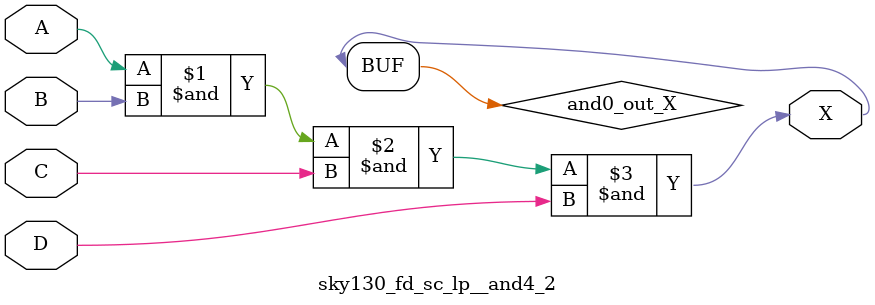
<source format=v>
/*
 * Copyright 2020 The SkyWater PDK Authors
 *
 * Licensed under the Apache License, Version 2.0 (the "License");
 * you may not use this file except in compliance with the License.
 * You may obtain a copy of the License at
 *
 *     https://www.apache.org/licenses/LICENSE-2.0
 *
 * Unless required by applicable law or agreed to in writing, software
 * distributed under the License is distributed on an "AS IS" BASIS,
 * WITHOUT WARRANTIES OR CONDITIONS OF ANY KIND, either express or implied.
 * See the License for the specific language governing permissions and
 * limitations under the License.
 *
 * SPDX-License-Identifier: Apache-2.0
*/


`ifndef SKY130_FD_SC_LP__AND4_2_FUNCTIONAL_V
`define SKY130_FD_SC_LP__AND4_2_FUNCTIONAL_V

/**
 * and4: 4-input AND.
 *
 * Verilog simulation functional model.
 */

`timescale 1ns / 1ps
`default_nettype none

`celldefine
module sky130_fd_sc_lp__and4_2 (
    X,
    A,
    B,
    C,
    D
);

    // Module ports
    output X;
    input  A;
    input  B;
    input  C;
    input  D;

    // Local signals
    wire and0_out_X;

    //  Name  Output      Other arguments
    and and0 (and0_out_X, A, B, C, D     );
    buf buf0 (X         , and0_out_X     );

endmodule
`endcelldefine

`default_nettype wire
`endif  // SKY130_FD_SC_LP__AND4_2_FUNCTIONAL_V

</source>
